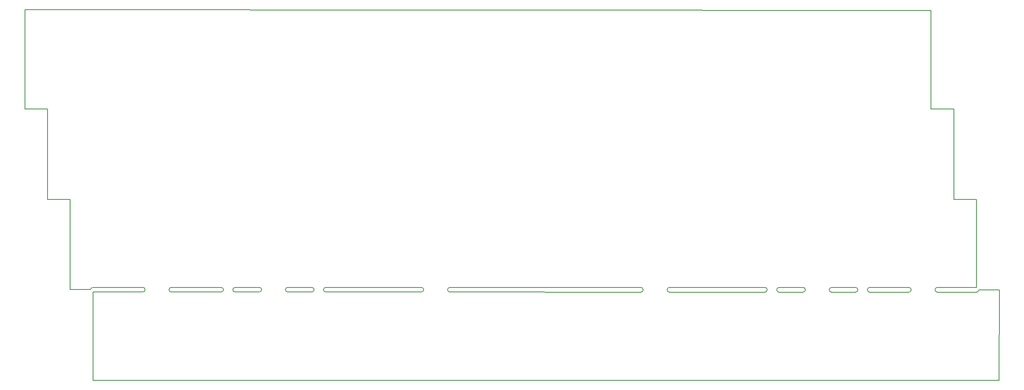
<source format=gbr>
G04 #@! TF.GenerationSoftware,KiCad,Pcbnew,(6.0.1-0)*
G04 #@! TF.CreationDate,2022-03-12T03:09:29-07:00*
G04 #@! TF.ProjectId,omega_4_solder,6f6d6567-615f-4345-9f73-6f6c6465722e,rev?*
G04 #@! TF.SameCoordinates,Original*
G04 #@! TF.FileFunction,Profile,NP*
%FSLAX46Y46*%
G04 Gerber Fmt 4.6, Leading zero omitted, Abs format (unit mm)*
G04 Created by KiCad (PCBNEW (6.0.1-0)) date 2022-03-12 03:09:29*
%MOMM*%
%LPD*%
G01*
G04 APERTURE LIST*
G04 #@! TA.AperFunction,Profile*
%ADD10C,0.200000*%
G04 #@! TD*
G04 APERTURE END LIST*
D10*
X63070000Y-132240000D02*
X253557501Y-132240000D01*
X92978255Y-112669026D02*
G75*
G03*
X92978120Y-113669026I-67J-500000D01*
G01*
X104022591Y-112670513D02*
X109066926Y-112671192D01*
X207292011Y-112684416D02*
G75*
G03*
X207291876Y-113684416I-67J-500000D01*
G01*
X212322478Y-113685093D02*
X207291876Y-113684416D01*
X184236751Y-112681312D02*
G75*
G03*
X184236617Y-113681312I-67J-500000D01*
G01*
X178236617Y-113680504D02*
G75*
G03*
X178236751Y-112680504I67J500000D01*
G01*
X239245000Y-75090000D02*
X239245000Y-54390000D01*
X132099161Y-113674293D02*
X112030433Y-113671591D01*
X240557172Y-112688894D02*
X248770067Y-112690000D01*
X58295000Y-94140000D02*
X58295000Y-113165000D01*
X138099296Y-112675101D02*
X178236751Y-112680504D01*
X240557172Y-112688894D02*
G75*
G03*
X240557037Y-113688894I-68J-500000D01*
G01*
X73544519Y-113666410D02*
G75*
G03*
X73544653Y-112666410I67J500000D01*
G01*
X53545000Y-94140000D02*
X58295000Y-94140000D01*
X248770067Y-112690000D02*
X248770000Y-94140000D01*
X234557037Y-113688087D02*
G75*
G03*
X234557172Y-112688087I67J500000D01*
G01*
X90019105Y-113668628D02*
X79544519Y-113667218D01*
X98022456Y-113669706D02*
X92978120Y-113669026D01*
X48770000Y-54240000D02*
X48770000Y-75090000D01*
X204305345Y-113684014D02*
X184236617Y-113681312D01*
X248769933Y-113690000D02*
X240557037Y-113688894D01*
X253557501Y-132240000D02*
X253570000Y-113190000D01*
X253570000Y-113190000D02*
X249270000Y-113190067D01*
X109066792Y-113671192D02*
X104022456Y-113670513D01*
X63069933Y-113665000D02*
X63070000Y-132240000D01*
X212322478Y-113685093D02*
G75*
G03*
X212322612Y-112685093I67J500000D01*
G01*
X178236617Y-113680504D02*
X138099161Y-113675101D01*
X244020000Y-94140000D02*
X244020000Y-75090000D01*
X104022591Y-112670513D02*
G75*
G03*
X104022456Y-113670513I-68J-500000D01*
G01*
X63070067Y-112665000D02*
G75*
G03*
X62570000Y-113164933I-67J-500000D01*
G01*
X79544653Y-112667218D02*
G75*
G03*
X79544519Y-113667218I-67J-500000D01*
G01*
X207292011Y-112684416D02*
X212322612Y-112685093D01*
X112030568Y-112671591D02*
X132099296Y-112674293D01*
X109066792Y-113671192D02*
G75*
G03*
X109066926Y-112671192I67J500000D01*
G01*
X226344276Y-112686981D02*
G75*
G03*
X226344141Y-113686981I-67J-500000D01*
G01*
X132099161Y-113674293D02*
G75*
G03*
X132099296Y-112674293I67J500000D01*
G01*
X234557037Y-113688087D02*
X226344141Y-113686981D01*
X79544653Y-112667218D02*
X90019240Y-112668628D01*
X112030568Y-112671591D02*
G75*
G03*
X112030433Y-113671591I-68J-500000D01*
G01*
X248770000Y-94140000D02*
X244020000Y-94140000D01*
X223353079Y-113686578D02*
G75*
G03*
X223353214Y-112686578I67J500000D01*
G01*
X218322612Y-112685901D02*
G75*
G03*
X218322478Y-113685901I-67J-500000D01*
G01*
X204305345Y-113684014D02*
G75*
G03*
X204305479Y-112684014I67J500000D01*
G01*
X58295000Y-113165000D02*
X62570000Y-113164933D01*
X48770000Y-75090000D02*
X53545000Y-75090000D01*
X92978255Y-112669026D02*
X98022591Y-112669706D01*
X138099296Y-112675101D02*
G75*
G03*
X138099161Y-113675101I-68J-500000D01*
G01*
X63070067Y-112665000D02*
X73544653Y-112666410D01*
X239245000Y-54390000D02*
X48770000Y-54240000D01*
X184236751Y-112681312D02*
X204305479Y-112684014D01*
X248769933Y-113690000D02*
G75*
G03*
X249270000Y-113190067I67J500000D01*
G01*
X53545000Y-75090000D02*
X53545000Y-94140000D01*
X98022456Y-113669706D02*
G75*
G03*
X98022591Y-112669706I67J500000D01*
G01*
X73544519Y-113666410D02*
X63069933Y-113665000D01*
X218322612Y-112685901D02*
X223353214Y-112686578D01*
X244020000Y-75090000D02*
X239245000Y-75090000D01*
X90019105Y-113668628D02*
G75*
G03*
X90019240Y-112668628I67J500000D01*
G01*
X226344276Y-112686981D02*
X234557172Y-112688087D01*
X223353079Y-113686578D02*
X218322478Y-113685901D01*
M02*

</source>
